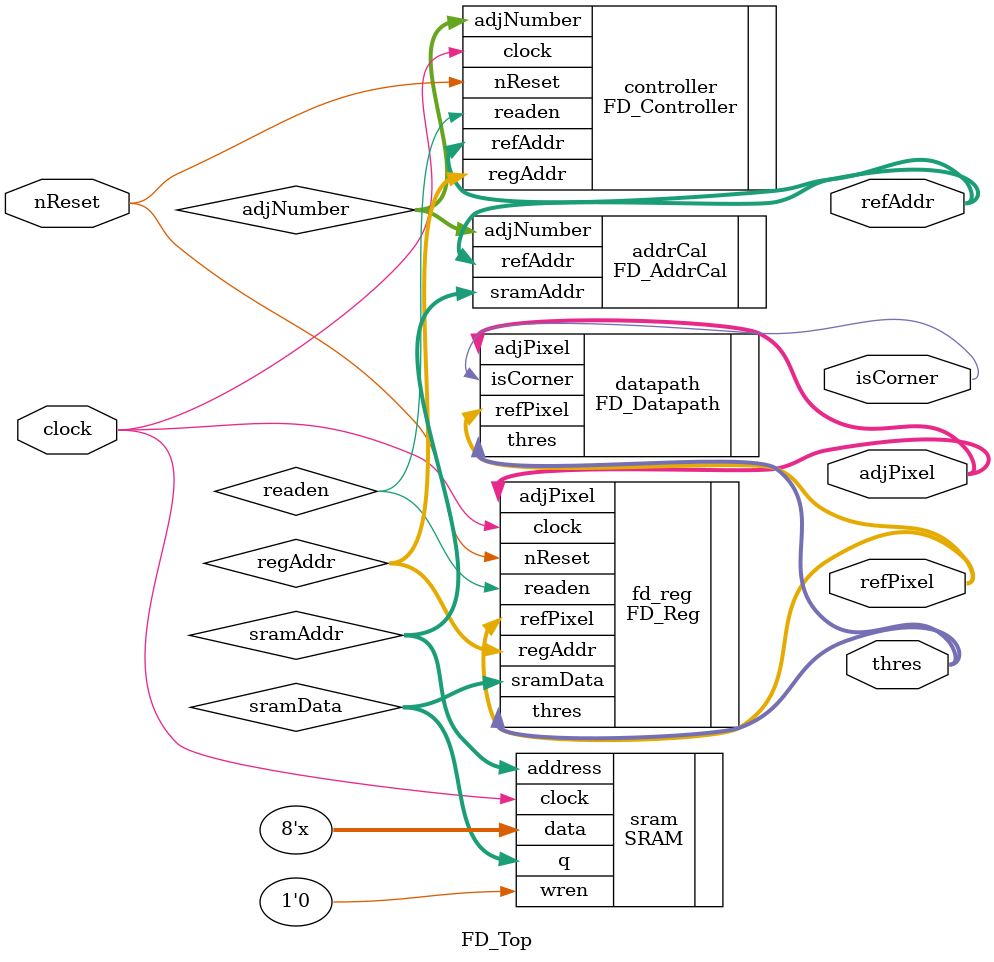
<source format=v>
module FD_Top (clock, nReset, isCorner, refAddr, refPixel, adjPixel, thres);
	input clock;
	input nReset;
	output isCorner;
	output [14:0] refAddr;
	output [7:0] refPixel;
	output [127:0] adjPixel;
	output [7:0] thres;
	
	wire readen;
	wire [4:0] adjNumber;
	wire [4:0] regAddr;
	wire [14:0] sramAddr;
	wire [7:0] sramData;
	
	FD_Controller controller(
		.clock(clock),
		.nReset(nReset),
		.refAddr(refAddr),
		.adjNumber(adjNumber),
		.regAddr(regAddr),
		.readen(readen)
	);
	
	FD_AddrCal addrCal(
		.refAddr(refAddr),
		.adjNumber(adjNumber),
		.sramAddr(sramAddr)
	);

	SRAM sram(
		.clock(clock),
		.address(sramAddr),
		.data(8'bx),
		.wren(1'b0),
		.q(sramData)
	);

	FD_Reg fd_reg(
		.clock(clock),
		.nReset(nReset),
		.readen(readen),
		.regAddr(regAddr),
		.sramData(sramData),
		.refPixel(refPixel),
		.adjPixel(adjPixel),
		.thres(thres)
	);
	
	FD_Datapath datapath(
		.refPixel(refPixel),
		.adjPixel(adjPixel),
		.thres(thres),
		.isCorner(isCorner)
	);
	
endmodule 
</source>
